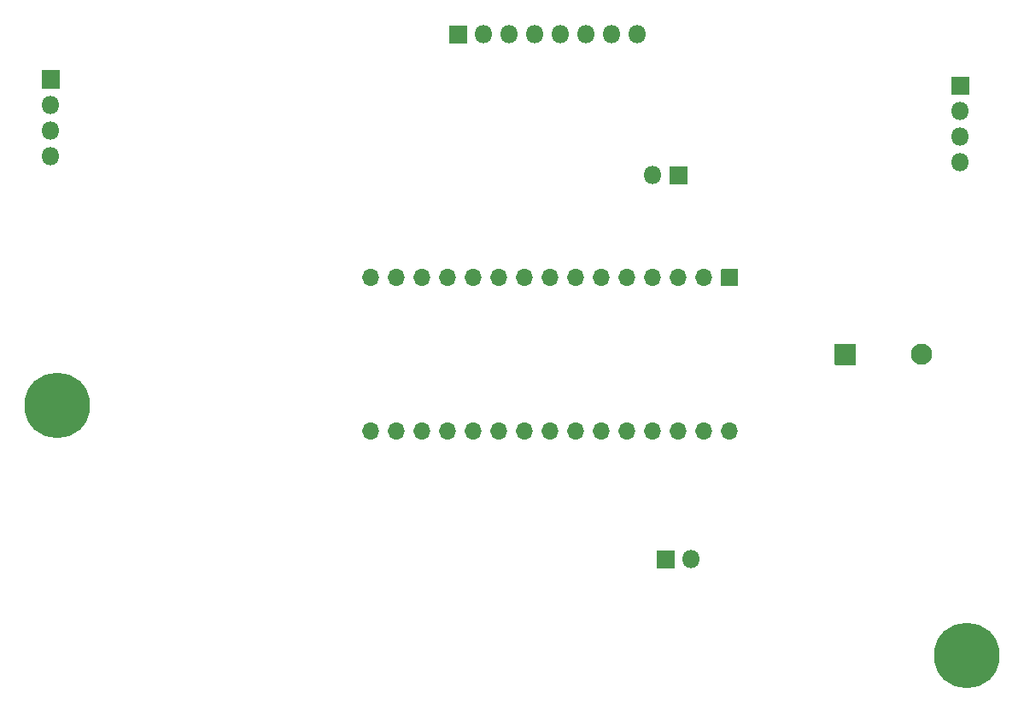
<source format=gbr>
%TF.GenerationSoftware,KiCad,Pcbnew,(5.1.9)-1*%
%TF.CreationDate,2021-04-30T13:08:53+02:00*%
%TF.ProjectId,CaptureTheFlag,43617074-7572-4655-9468-65466c61672e,rev?*%
%TF.SameCoordinates,Original*%
%TF.FileFunction,Soldermask,Top*%
%TF.FilePolarity,Negative*%
%FSLAX46Y46*%
G04 Gerber Fmt 4.6, Leading zero omitted, Abs format (unit mm)*
G04 Created by KiCad (PCBNEW (5.1.9)-1) date 2021-04-30 13:08:53*
%MOMM*%
%LPD*%
G01*
G04 APERTURE LIST*
%ADD10C,0.900000*%
%ADD11C,6.500000*%
%ADD12O,1.700000X1.700000*%
%ADD13O,1.800000X1.800000*%
%ADD14C,2.100000*%
G04 APERTURE END LIST*
D10*
%TO.C,H2*%
X200452056Y-95457944D03*
X198755000Y-94755000D03*
X197057944Y-95457944D03*
X196355000Y-97155000D03*
X197057944Y-98852056D03*
X198755000Y-99555000D03*
X200452056Y-98852056D03*
X201155000Y-97155000D03*
D11*
X198755000Y-97155000D03*
%TD*%
D10*
%TO.C,H1*%
X110282056Y-70692944D03*
X108585000Y-69990000D03*
X106887944Y-70692944D03*
X106185000Y-72390000D03*
X106887944Y-74087056D03*
X108585000Y-74790000D03*
X110282056Y-74087056D03*
X110985000Y-72390000D03*
D11*
X108585000Y-72390000D03*
%TD*%
D12*
%TO.C,A1*%
X139700000Y-74930000D03*
X139700000Y-59690000D03*
X175260000Y-74930000D03*
X142240000Y-59690000D03*
X172720000Y-74930000D03*
X144780000Y-59690000D03*
X170180000Y-74930000D03*
X147320000Y-59690000D03*
X167640000Y-74930000D03*
X149860000Y-59690000D03*
X165100000Y-74930000D03*
X152400000Y-59690000D03*
X162560000Y-74930000D03*
X154940000Y-59690000D03*
X160020000Y-74930000D03*
X157480000Y-59690000D03*
X157480000Y-74930000D03*
X160020000Y-59690000D03*
X154940000Y-74930000D03*
X162560000Y-59690000D03*
X152400000Y-74930000D03*
X165100000Y-59690000D03*
X149860000Y-74930000D03*
X167640000Y-59690000D03*
X147320000Y-74930000D03*
X170180000Y-59690000D03*
X144780000Y-74930000D03*
X172720000Y-59690000D03*
X142240000Y-74930000D03*
G36*
G01*
X174460000Y-58840000D02*
X176060000Y-58840000D01*
G75*
G02*
X176110000Y-58890000I0J-50000D01*
G01*
X176110000Y-60490000D01*
G75*
G02*
X176060000Y-60540000I-50000J0D01*
G01*
X174460000Y-60540000D01*
G75*
G02*
X174410000Y-60490000I0J50000D01*
G01*
X174410000Y-58890000D01*
G75*
G02*
X174460000Y-58840000I50000J0D01*
G01*
G37*
%TD*%
D13*
%TO.C,SW1*%
X167640000Y-49530000D03*
G36*
G01*
X169330000Y-48630000D02*
X171030000Y-48630000D01*
G75*
G02*
X171080000Y-48680000I0J-50000D01*
G01*
X171080000Y-50380000D01*
G75*
G02*
X171030000Y-50430000I-50000J0D01*
G01*
X169330000Y-50430000D01*
G75*
G02*
X169280000Y-50380000I0J50000D01*
G01*
X169280000Y-48680000D01*
G75*
G02*
X169330000Y-48630000I50000J0D01*
G01*
G37*
%TD*%
%TO.C,BZ1*%
G36*
G01*
X185660000Y-68310000D02*
X185660000Y-66310000D01*
G75*
G02*
X185710000Y-66260000I50000J0D01*
G01*
X187710000Y-66260000D01*
G75*
G02*
X187760000Y-66310000I0J-50000D01*
G01*
X187760000Y-68310000D01*
G75*
G02*
X187710000Y-68360000I-50000J0D01*
G01*
X185710000Y-68360000D01*
G75*
G02*
X185660000Y-68310000I0J50000D01*
G01*
G37*
D14*
X194310000Y-67310000D03*
%TD*%
%TO.C,J1*%
G36*
G01*
X197220000Y-41490000D02*
X197220000Y-39790000D01*
G75*
G02*
X197270000Y-39740000I50000J0D01*
G01*
X198970000Y-39740000D01*
G75*
G02*
X199020000Y-39790000I0J-50000D01*
G01*
X199020000Y-41490000D01*
G75*
G02*
X198970000Y-41540000I-50000J0D01*
G01*
X197270000Y-41540000D01*
G75*
G02*
X197220000Y-41490000I0J50000D01*
G01*
G37*
D13*
X198120000Y-43180000D03*
X198120000Y-45720000D03*
X198120000Y-48260000D03*
%TD*%
%TO.C,J2*%
X107950000Y-47625000D03*
X107950000Y-45085000D03*
X107950000Y-42545000D03*
G36*
G01*
X107050000Y-40855000D02*
X107050000Y-39155000D01*
G75*
G02*
X107100000Y-39105000I50000J0D01*
G01*
X108800000Y-39105000D01*
G75*
G02*
X108850000Y-39155000I0J-50000D01*
G01*
X108850000Y-40855000D01*
G75*
G02*
X108800000Y-40905000I-50000J0D01*
G01*
X107100000Y-40905000D01*
G75*
G02*
X107050000Y-40855000I0J50000D01*
G01*
G37*
%TD*%
%TO.C,J3*%
G36*
G01*
X149190000Y-36460000D02*
X147490000Y-36460000D01*
G75*
G02*
X147440000Y-36410000I0J50000D01*
G01*
X147440000Y-34710000D01*
G75*
G02*
X147490000Y-34660000I50000J0D01*
G01*
X149190000Y-34660000D01*
G75*
G02*
X149240000Y-34710000I0J-50000D01*
G01*
X149240000Y-36410000D01*
G75*
G02*
X149190000Y-36460000I-50000J0D01*
G01*
G37*
X150880000Y-35560000D03*
X153420000Y-35560000D03*
X155960000Y-35560000D03*
X158500000Y-35560000D03*
X161040000Y-35560000D03*
X163580000Y-35560000D03*
X166120000Y-35560000D03*
%TD*%
%TO.C,J4*%
G36*
G01*
X169760000Y-88530000D02*
X168060000Y-88530000D01*
G75*
G02*
X168010000Y-88480000I0J50000D01*
G01*
X168010000Y-86780000D01*
G75*
G02*
X168060000Y-86730000I50000J0D01*
G01*
X169760000Y-86730000D01*
G75*
G02*
X169810000Y-86780000I0J-50000D01*
G01*
X169810000Y-88480000D01*
G75*
G02*
X169760000Y-88530000I-50000J0D01*
G01*
G37*
X171450000Y-87630000D03*
%TD*%
M02*

</source>
